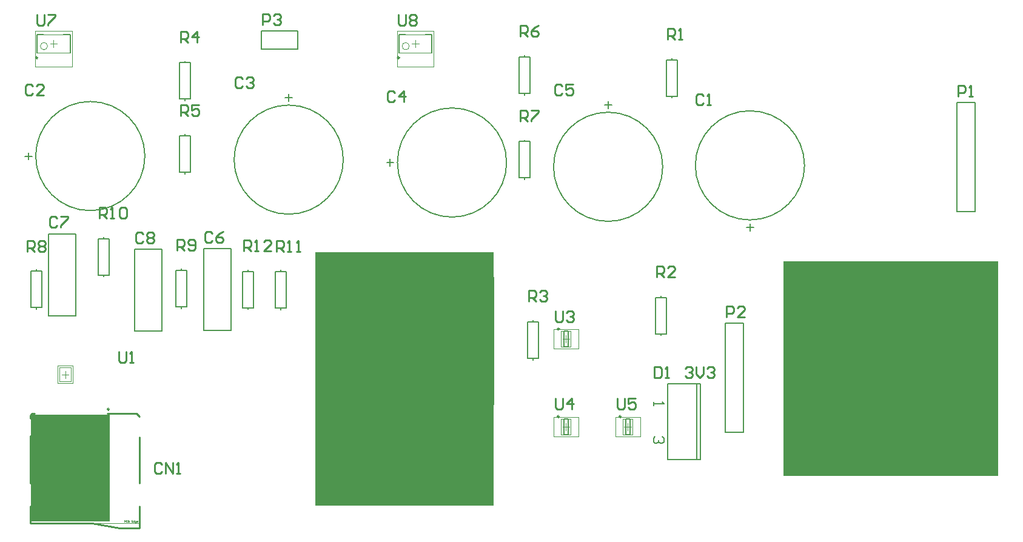
<source format=gto>
G04 Layer_Color=65535*
%FSLAX25Y25*%
%MOIN*%
G70*
G01*
G75*
%ADD20C,0.01000*%
%ADD22C,0.00394*%
%ADD23C,0.00118*%
%ADD24R,0.43307X0.59055*%
%ADD25R,1.18110X1.18110*%
%ADD26R,0.98425X1.39764*%
%ADD27C,0.00197*%
%ADD39C,0.00787*%
%ADD40C,0.00984*%
%ADD41C,0.00591*%
D20*
X65166Y60761D02*
X66666Y59261D01*
X6866Y58961D02*
Y59761D01*
X7866Y60761D01*
X9066D01*
X6866Y58061D02*
Y58961D01*
X40666Y361D02*
X55647Y-2239D01*
X66766D01*
X49266Y60761D02*
X65166D01*
X6866Y22461D02*
Y48561D01*
X66766Y-2239D02*
Y9961D01*
X6866Y361D02*
Y9961D01*
X66766Y22461D02*
Y47961D01*
X6866Y361D02*
X40666D01*
X376955Y235648D02*
X375956Y236648D01*
X373956D01*
X372957Y235648D01*
Y231649D01*
X373956Y230650D01*
X375956D01*
X376955Y231649D01*
X378955Y230650D02*
X380954D01*
X379954D01*
Y236648D01*
X378955Y235648D01*
X8199Y240798D02*
X7199Y241798D01*
X5200D01*
X4200Y240798D01*
Y236800D01*
X5200Y235800D01*
X7199D01*
X8199Y236800D01*
X14197Y235800D02*
X10198D01*
X14197Y239799D01*
Y240798D01*
X13197Y241798D01*
X11198D01*
X10198Y240798D01*
X123408Y244899D02*
X122408Y245899D01*
X120409D01*
X119409Y244899D01*
Y240900D01*
X120409Y239901D01*
X122408D01*
X123408Y240900D01*
X125408Y244899D02*
X126407Y245899D01*
X128407D01*
X129406Y244899D01*
Y243899D01*
X128407Y242900D01*
X127407D01*
X128407D01*
X129406Y241900D01*
Y240900D01*
X128407Y239901D01*
X126407D01*
X125408Y240900D01*
X206999Y237198D02*
X205999Y238198D01*
X204000D01*
X203000Y237198D01*
Y233200D01*
X204000Y232200D01*
X205999D01*
X206999Y233200D01*
X211997Y232200D02*
Y238198D01*
X208998Y235199D01*
X212997D01*
X299051Y240958D02*
X298051Y241958D01*
X296052D01*
X295052Y240958D01*
Y236960D01*
X296052Y235960D01*
X298051D01*
X299051Y236960D01*
X305049Y241958D02*
X301050D01*
Y238959D01*
X303049Y239959D01*
X304049D01*
X305049Y238959D01*
Y236960D01*
X304049Y235960D01*
X302050D01*
X301050Y236960D01*
X106749Y159748D02*
X105749Y160748D01*
X103750D01*
X102750Y159748D01*
Y155750D01*
X103750Y154750D01*
X105749D01*
X106749Y155750D01*
X112747Y160748D02*
X110747Y159748D01*
X108748Y157749D01*
Y155750D01*
X109748Y154750D01*
X111747D01*
X112747Y155750D01*
Y156749D01*
X111747Y157749D01*
X108748D01*
X68649Y159648D02*
X67649Y160648D01*
X65650D01*
X64650Y159648D01*
Y155650D01*
X65650Y154650D01*
X67649D01*
X68649Y155650D01*
X70648Y159648D02*
X71648Y160648D01*
X73647D01*
X74647Y159648D01*
Y158649D01*
X73647Y157649D01*
X74647Y156649D01*
Y155650D01*
X73647Y154650D01*
X71648D01*
X70648Y155650D01*
Y156649D01*
X71648Y157649D01*
X70648Y158649D01*
Y159648D01*
X71648Y157649D02*
X73647D01*
X78999Y32898D02*
X77999Y33898D01*
X76000D01*
X75000Y32898D01*
Y28900D01*
X76000Y27900D01*
X77999D01*
X78999Y28900D01*
X80998Y27900D02*
Y33898D01*
X84997Y27900D01*
Y33898D01*
X86996Y27900D02*
X88995D01*
X87996D01*
Y33898D01*
X86996Y32898D01*
X349700Y86598D02*
Y80600D01*
X352699D01*
X353699Y81600D01*
Y85598D01*
X352699Y86598D01*
X349700D01*
X355698Y80600D02*
X357697D01*
X356698D01*
Y86598D01*
X355698Y85598D01*
X366694D02*
X367694Y86598D01*
X369693D01*
X370693Y85598D01*
Y84599D01*
X369693Y83599D01*
X368694D01*
X369693D01*
X370693Y82599D01*
Y81600D01*
X369693Y80600D01*
X367694D01*
X366694Y81600D01*
X372693Y86598D02*
Y82599D01*
X374692Y80600D01*
X376691Y82599D01*
Y86598D01*
X378691Y85598D02*
X379690Y86598D01*
X381690D01*
X382689Y85598D01*
Y84599D01*
X381690Y83599D01*
X380690D01*
X381690D01*
X382689Y82599D01*
Y81600D01*
X381690Y80600D01*
X379690D01*
X378691Y81600D01*
X516860Y235172D02*
Y241170D01*
X519859D01*
X520859Y240170D01*
Y238171D01*
X519859Y237171D01*
X516860D01*
X522858Y235172D02*
X524857D01*
X523858D01*
Y241170D01*
X522858Y240170D01*
X389533Y113862D02*
Y119860D01*
X392532D01*
X393532Y118860D01*
Y116861D01*
X392532Y115861D01*
X389533D01*
X399530Y113862D02*
X395532D01*
X399530Y117860D01*
Y118860D01*
X398531Y119860D01*
X396531D01*
X395532Y118860D01*
X134419Y274542D02*
Y280540D01*
X137418D01*
X138418Y279540D01*
Y277541D01*
X137418Y276541D01*
X134419D01*
X140417Y279540D02*
X141417Y280540D01*
X143416D01*
X144416Y279540D01*
Y278540D01*
X143416Y277541D01*
X142416D01*
X143416D01*
X144416Y276541D01*
Y275541D01*
X143416Y274542D01*
X141417D01*
X140417Y275541D01*
X357099Y266426D02*
Y272424D01*
X360098D01*
X361098Y271424D01*
Y269425D01*
X360098Y268425D01*
X357099D01*
X359098D02*
X361098Y266426D01*
X363097D02*
X365096D01*
X364097D01*
Y272424D01*
X363097Y271424D01*
X350993Y135692D02*
Y141690D01*
X353992D01*
X354992Y140691D01*
Y138691D01*
X353992Y137691D01*
X350993D01*
X352992D02*
X354992Y135692D01*
X360990D02*
X356991D01*
X360990Y139691D01*
Y140691D01*
X359990Y141690D01*
X357991D01*
X356991Y140691D01*
X280863Y122338D02*
Y128336D01*
X283862D01*
X284862Y127336D01*
Y125337D01*
X283862Y124337D01*
X280863D01*
X282862D02*
X284862Y122338D01*
X286861Y127336D02*
X287861Y128336D01*
X289860D01*
X290860Y127336D01*
Y126337D01*
X289860Y125337D01*
X288860D01*
X289860D01*
X290860Y124337D01*
Y123337D01*
X289860Y122338D01*
X287861D01*
X286861Y123337D01*
X89323Y264808D02*
Y270806D01*
X92322D01*
X93322Y269806D01*
Y267807D01*
X92322Y266807D01*
X89323D01*
X91322D02*
X93322Y264808D01*
X98320D02*
Y270806D01*
X95321Y267807D01*
X99320D01*
X89323Y224650D02*
Y230648D01*
X92322D01*
X93322Y229649D01*
Y227649D01*
X92322Y226650D01*
X89323D01*
X91322D02*
X93322Y224650D01*
X99320Y230648D02*
X95321D01*
Y227649D01*
X97320Y228649D01*
X98320D01*
X99320Y227649D01*
Y225650D01*
X98320Y224650D01*
X96321D01*
X95321Y225650D01*
X275972Y268033D02*
Y274031D01*
X278972D01*
X279971Y273031D01*
Y271032D01*
X278972Y270032D01*
X275972D01*
X277972D02*
X279971Y268033D01*
X285969Y274031D02*
X283970Y273031D01*
X281971Y271032D01*
Y269033D01*
X282970Y268033D01*
X284969D01*
X285969Y269033D01*
Y270032D01*
X284969Y271032D01*
X281971D01*
X275998Y221568D02*
Y227566D01*
X278997D01*
X279996Y226566D01*
Y224567D01*
X278997Y223567D01*
X275998D01*
X277997D02*
X279996Y221568D01*
X281996Y227566D02*
X285994D01*
Y226566D01*
X281996Y222567D01*
Y221568D01*
X5200Y149800D02*
Y155798D01*
X8199D01*
X9199Y154798D01*
Y152799D01*
X8199Y151799D01*
X5200D01*
X7199D02*
X9199Y149800D01*
X11198Y154798D02*
X12198Y155798D01*
X14197D01*
X15197Y154798D01*
Y153799D01*
X14197Y152799D01*
X15197Y151799D01*
Y150800D01*
X14197Y149800D01*
X12198D01*
X11198Y150800D01*
Y151799D01*
X12198Y152799D01*
X11198Y153799D01*
Y154798D01*
X12198Y152799D02*
X14197D01*
X87550Y150650D02*
Y156648D01*
X90549D01*
X91549Y155648D01*
Y153649D01*
X90549Y152649D01*
X87550D01*
X89549D02*
X91549Y150650D01*
X93548Y151650D02*
X94548Y150650D01*
X96547D01*
X97547Y151650D01*
Y155648D01*
X96547Y156648D01*
X94548D01*
X93548Y155648D01*
Y154649D01*
X94548Y153649D01*
X97547D01*
X44850Y168050D02*
Y174048D01*
X47849D01*
X48849Y173048D01*
Y171049D01*
X47849Y170049D01*
X44850D01*
X46849D02*
X48849Y168050D01*
X50848D02*
X52847D01*
X51848D01*
Y174048D01*
X50848Y173048D01*
X55846D02*
X56846Y174048D01*
X58846D01*
X59845Y173048D01*
Y169050D01*
X58846Y168050D01*
X56846D01*
X55846Y169050D01*
Y173048D01*
X142250Y149950D02*
Y155948D01*
X145249D01*
X146249Y154948D01*
Y152949D01*
X145249Y151949D01*
X142250D01*
X144249D02*
X146249Y149950D01*
X148248D02*
X150247D01*
X149248D01*
Y155948D01*
X148248Y154948D01*
X153246Y149950D02*
X155246D01*
X154246D01*
Y155948D01*
X153246Y154948D01*
X124050Y150050D02*
Y156048D01*
X127049D01*
X128049Y155048D01*
Y153049D01*
X127049Y152049D01*
X124050D01*
X126049D02*
X128049Y150050D01*
X130048D02*
X132047D01*
X131048D01*
Y156048D01*
X130048Y155048D01*
X139045Y150050D02*
X135046D01*
X139045Y154049D01*
Y155048D01*
X138046Y156048D01*
X136046D01*
X135046Y155048D01*
X55500Y94698D02*
Y89700D01*
X56500Y88700D01*
X58499D01*
X59499Y89700D01*
Y94698D01*
X61498Y88700D02*
X63497D01*
X62498D01*
Y94698D01*
X61498Y93698D01*
X295427Y117269D02*
Y112270D01*
X296427Y111270D01*
X298426D01*
X299426Y112270D01*
Y117269D01*
X301425Y116269D02*
X302425Y117269D01*
X304424D01*
X305424Y116269D01*
Y115269D01*
X304424Y114269D01*
X303425D01*
X304424D01*
X305424Y113270D01*
Y112270D01*
X304424Y111270D01*
X302425D01*
X301425Y112270D01*
X295427Y69091D02*
Y64093D01*
X296427Y63093D01*
X298426D01*
X299426Y64093D01*
Y69091D01*
X304424Y63093D02*
Y69091D01*
X301425Y66092D01*
X305424D01*
X329372Y69091D02*
Y64093D01*
X330372Y63093D01*
X332371D01*
X333371Y64093D01*
Y69091D01*
X339369D02*
X335370D01*
Y66092D01*
X337369Y67092D01*
X338369D01*
X339369Y66092D01*
Y64093D01*
X338369Y63093D01*
X336370D01*
X335370Y64093D01*
X236900Y144998D02*
Y140000D01*
X237900Y139000D01*
X239899D01*
X240899Y140000D01*
Y144998D01*
X246897D02*
X244897Y143998D01*
X242898Y141999D01*
Y140000D01*
X243898Y139000D01*
X245897D01*
X246897Y140000D01*
Y140999D01*
X245897Y141999D01*
X242898D01*
X209225Y280315D02*
Y275317D01*
X210225Y274317D01*
X212224D01*
X213224Y275317D01*
Y280315D01*
X215223Y279316D02*
X216223Y280315D01*
X218222D01*
X219222Y279316D01*
Y278316D01*
X218222Y277316D01*
X219222Y276317D01*
Y275317D01*
X218222Y274317D01*
X216223D01*
X215223Y275317D01*
Y276317D01*
X216223Y277316D01*
X215223Y278316D01*
Y279316D01*
X216223Y277316D02*
X218222D01*
X10406Y280315D02*
Y275317D01*
X11406Y274317D01*
X13405D01*
X14405Y275317D01*
Y280315D01*
X16404D02*
X20403D01*
Y279316D01*
X16404Y275317D01*
Y274317D01*
X21499Y167998D02*
X20499Y168998D01*
X18500D01*
X17500Y167998D01*
Y164000D01*
X18500Y163000D01*
X20499D01*
X21499Y164000D01*
X23498Y168998D02*
X27497D01*
Y167998D01*
X23498Y164000D01*
Y163000D01*
D22*
X22697Y86555D02*
G03*
X22697Y86555I-197J0D01*
G01*
X6778Y361D02*
X66766D01*
X249660Y130391D02*
G03*
X249660Y130391I-1969J0D01*
G01*
X215079Y262795D02*
G03*
X215079Y262795I-1969J0D01*
G01*
X16260Y262795D02*
G03*
X16260Y262795I-1969J0D01*
G01*
X332565Y49213D02*
Y57874D01*
X337880Y49213D02*
Y57874D01*
X332565D02*
X337880D01*
X332565Y49213D02*
X337880D01*
X298620D02*
Y57874D01*
X303935Y49213D02*
Y57874D01*
X298620D02*
X303935D01*
X298620Y49213D02*
X303935D01*
X298620Y97390D02*
Y106051D01*
X303935Y97390D02*
Y106051D01*
X298620D02*
X303935D01*
X298620Y97390D02*
X303935D01*
X244148Y67792D02*
X253518D01*
X244148Y133934D02*
X253518D01*
Y67792D02*
Y133934D01*
X244148Y67792D02*
Y133934D01*
X22913Y78425D02*
Y86142D01*
X29055Y78425D02*
Y86142D01*
X22913D02*
X29055D01*
X22913Y78425D02*
X29055D01*
X209370Y259055D02*
X227480D01*
X209370Y269291D02*
X227480D01*
X209370Y259055D02*
Y269291D01*
X227480Y259055D02*
Y269291D01*
X28661Y259055D02*
Y269291D01*
X10551Y259055D02*
Y269291D01*
X28661D01*
X10551Y259055D02*
X28661D01*
X333254Y53543D02*
X337191D01*
X335222Y51575D02*
Y55512D01*
X299309Y53543D02*
X303246D01*
X301277Y51575D02*
Y55512D01*
X299309Y101720D02*
X303246D01*
X301277Y99752D02*
Y103689D01*
X248833Y98895D02*
Y102832D01*
X246865Y100863D02*
X250802D01*
X24016Y82283D02*
X27953D01*
X25984Y80315D02*
Y84252D01*
X218425Y262205D02*
Y266142D01*
X216457Y264173D02*
X220394D01*
X17638D02*
X21575D01*
X19606Y262205D02*
Y266142D01*
D23*
X58366Y1061D02*
Y2045D01*
X58858D01*
X59022Y1881D01*
Y1553D01*
X58858Y1389D01*
X58366D01*
X60006Y1881D02*
X59842Y2045D01*
X59514D01*
X59350Y1881D01*
Y1225D01*
X59514Y1061D01*
X59842D01*
X60006Y1225D01*
X60334Y2045D02*
Y1061D01*
X60826D01*
X60990Y1225D01*
Y1389D01*
X60826Y1553D01*
X60334D01*
X60826D01*
X60990Y1717D01*
Y1881D01*
X60826Y2045D01*
X60334D01*
X62958D02*
X62302D01*
Y1061D01*
X62958D01*
X62302Y1553D02*
X62630D01*
X63942Y2045D02*
Y1061D01*
X63450D01*
X63286Y1225D01*
Y1553D01*
X63450Y1717D01*
X63942D01*
X64598Y733D02*
X64762D01*
X64926Y897D01*
Y1717D01*
X64434D01*
X64270Y1553D01*
Y1225D01*
X64434Y1061D01*
X64926D01*
X65746D02*
X65418D01*
X65254Y1225D01*
Y1553D01*
X65418Y1717D01*
X65746D01*
X65910Y1553D01*
Y1389D01*
X65254D01*
D24*
X28740Y30709D02*
D03*
D25*
X479921Y85433D02*
D03*
D26*
X212613Y79682D02*
D03*
D27*
X328431Y48228D02*
Y58858D01*
X342013Y48228D02*
Y58858D01*
X328431D02*
X342013D01*
X328431Y48228D02*
X342013D01*
X294486D02*
Y58858D01*
X308069Y48228D02*
Y58858D01*
X294486D02*
X308069D01*
X294486Y48228D02*
X308069D01*
X294486Y96406D02*
Y107035D01*
X308069Y96406D02*
Y107035D01*
X294486D02*
X308069D01*
X294486Y96406D02*
X308069D01*
X236038Y65824D02*
X261628D01*
X236038Y135902D02*
X261628D01*
Y65824D02*
Y135902D01*
X236038Y65824D02*
Y135902D01*
X21850Y77362D02*
Y87205D01*
X30118Y77362D02*
Y87205D01*
X21850D02*
X30118D01*
X21850Y77362D02*
X30118D01*
X208386Y251575D02*
X228465D01*
X208386Y271260D02*
X228465D01*
X208386Y251575D02*
Y271260D01*
X228465Y251575D02*
Y271260D01*
X29646Y251575D02*
Y271260D01*
X9567Y251575D02*
Y271260D01*
X29646D01*
X9567Y251575D02*
X29646D01*
D39*
X354410Y196457D02*
G03*
X354410Y196457I-30000J0D01*
G01*
X268583Y198819D02*
G03*
X268583Y198819I-30000J0D01*
G01*
X69764Y202362D02*
G03*
X69764Y202362I-30000J0D01*
G01*
X178819Y200394D02*
G03*
X178819Y200394I-30000J0D01*
G01*
X432362Y197244D02*
G03*
X432362Y197244I-30000J0D01*
G01*
X278347Y189494D02*
Y190394D01*
Y210394D02*
Y211294D01*
X275347Y190394D02*
X278347D01*
X275347D02*
Y210394D01*
X281347D01*
Y190394D02*
Y210394D01*
X278347Y190394D02*
X281347D01*
X278346Y235950D02*
Y236850D01*
Y256850D02*
Y257750D01*
X275346Y236850D02*
X278346D01*
X275346D02*
Y256850D01*
X281346D01*
Y236850D02*
Y256850D01*
X278346Y236850D02*
X281346D01*
X64000Y106300D02*
Y151300D01*
Y106300D02*
X79000D01*
Y151300D01*
X64000D02*
X79000D01*
X133819Y261142D02*
X153819D01*
Y271142D01*
X133819D02*
X153819D01*
X133819Y261142D02*
Y271142D01*
X91732Y192643D02*
Y193543D01*
Y213543D02*
Y214443D01*
X88732Y193543D02*
X91732D01*
X88732D02*
Y213543D01*
X94732D01*
Y193543D02*
Y213543D01*
X91732Y193543D02*
X94732D01*
X91732Y232801D02*
Y233701D01*
Y253701D02*
Y254601D01*
X88732Y233701D02*
X91732D01*
X88732D02*
Y253701D01*
X94732D01*
Y233701D02*
Y253701D01*
X91732Y233701D02*
X94732D01*
X102100Y106400D02*
Y151400D01*
Y106400D02*
X117100D01*
Y151400D01*
X102100D02*
X117100D01*
X89900Y139500D02*
Y140400D01*
Y118600D02*
Y119500D01*
Y139500D02*
X92900D01*
Y119500D02*
Y139500D01*
X86900Y119500D02*
X92900D01*
X86900D02*
Y139500D01*
X89900D01*
X334041Y57874D02*
X336403D01*
X334041Y49213D02*
X336403D01*
X334041D02*
Y57874D01*
X336403Y49213D02*
Y57874D01*
X47200Y156900D02*
Y157800D01*
Y136000D02*
Y136900D01*
Y156900D02*
X50200D01*
Y136900D02*
Y156900D01*
X44200Y136900D02*
X50200D01*
X44200D02*
Y156900D01*
X47200D01*
X357072Y35433D02*
X375183D01*
X357072Y77165D02*
X375183D01*
X357072Y35433D02*
Y77165D01*
X375183Y35433D02*
Y77165D01*
X373214Y35433D02*
Y77165D01*
X353379Y103667D02*
Y104567D01*
Y124567D02*
Y125467D01*
X350379Y104567D02*
X353379D01*
X350379D02*
Y124567D01*
X356379D01*
Y104567D02*
Y124567D01*
X353379Y104567D02*
X356379D01*
X398883Y50512D02*
Y110512D01*
X388883Y50512D02*
Y110512D01*
Y50512D02*
X398883D01*
X388883Y110512D02*
X398883D01*
X300096Y57874D02*
X302458D01*
X300096Y49213D02*
X302458D01*
X300096D02*
Y57874D01*
X302458Y49213D02*
Y57874D01*
X359449Y255276D02*
Y256176D01*
Y234376D02*
Y235276D01*
Y255276D02*
X362449D01*
Y235276D02*
Y255276D01*
X356449Y235276D02*
X362449D01*
X356449D02*
Y255276D01*
X359449D01*
X144600Y138800D02*
Y139700D01*
Y117900D02*
Y118800D01*
Y138800D02*
X147600D01*
Y118800D02*
Y138800D01*
X141600Y118800D02*
X147600D01*
X141600D02*
Y138800D01*
X144600D01*
X126400Y138900D02*
Y139800D01*
Y118000D02*
Y118900D01*
Y138900D02*
X129400D01*
Y118900D02*
Y138900D01*
X123400Y118900D02*
X129400D01*
X123400D02*
Y138900D01*
X126400D01*
X283254Y111181D02*
Y112081D01*
Y90281D02*
Y91181D01*
Y111181D02*
X286254D01*
Y91181D02*
Y111181D01*
X280254Y91181D02*
X286254D01*
X280254D02*
Y111181D01*
X283254D01*
X300096Y106051D02*
X302458D01*
X300096Y97390D02*
X302458D01*
X300096D02*
Y106051D01*
X302458Y97390D02*
Y106051D01*
X516260Y171772D02*
Y231772D01*
X526260Y171772D02*
Y231772D01*
X516260D02*
X526260D01*
X516260Y171772D02*
X526260D01*
X248046Y67792D02*
X249621D01*
X248046Y133934D02*
X249621D01*
Y67792D02*
Y133934D01*
X248046Y67792D02*
Y133934D01*
X209370Y259055D02*
Y269291D01*
X213110D01*
X227480Y259055D02*
Y269291D01*
X223740D02*
X227480D01*
X24921Y269291D02*
X28661D01*
Y259055D02*
Y269291D01*
X10551D02*
X14291D01*
X10551Y259055D02*
Y269291D01*
X16900Y114600D02*
Y159600D01*
Y114600D02*
X31900D01*
Y159600D01*
X16900D02*
X31900D01*
X10000Y139100D02*
Y140000D01*
Y118200D02*
Y119100D01*
Y139100D02*
X13000D01*
Y119100D02*
Y139100D01*
X7000Y119100D02*
X13000D01*
X7000D02*
Y139100D01*
X10000D01*
D40*
X331482Y59153D02*
G03*
X331482Y59153I-492J0D01*
G01*
X297537Y59153D02*
G03*
X297537Y59153I-492J0D01*
G01*
Y107331D02*
G03*
X297537Y107331I-492J0D01*
G01*
X242731Y131572D02*
G03*
X242731Y131572I-492J0D01*
G01*
X50158Y63161D02*
G03*
X50158Y63161I-492J0D01*
G01*
X209665Y256496D02*
G03*
X209665Y256496I-492J0D01*
G01*
X10847Y256496D02*
G03*
X10847Y256496I-492J0D01*
G01*
D41*
X324358Y228472D02*
Y232408D01*
X322391Y230440D02*
X326326D01*
X206567Y198768D02*
X202632D01*
X204599Y196800D02*
Y200736D01*
X7748Y202311D02*
X3813D01*
X5781Y200343D02*
Y204279D01*
X148768Y232409D02*
Y236345D01*
X146800Y234377D02*
X150736D01*
X354217Y48268D02*
X355200Y47284D01*
Y45316D01*
X354217Y44332D01*
X353233D01*
X352249Y45316D01*
Y46300D01*
Y45316D01*
X351265Y44332D01*
X350281D01*
X349297Y45316D01*
Y47284D01*
X350281Y48268D01*
X349297Y67283D02*
Y65316D01*
Y66299D01*
X355200D01*
X354217Y67283D01*
X402413Y165229D02*
Y161293D01*
X404381Y163261D02*
X400445D01*
M02*

</source>
